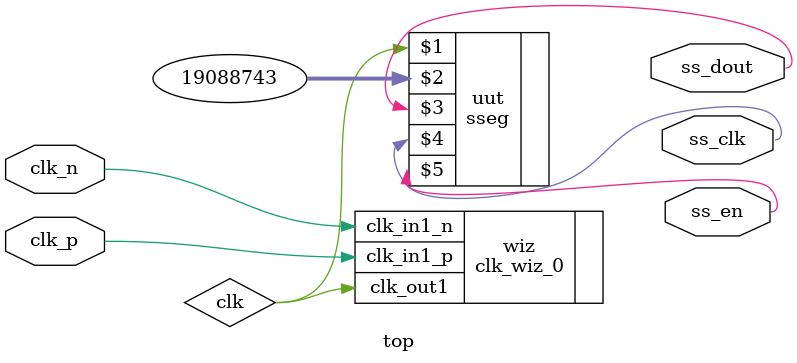
<source format=v>
`timescale 1ns / 1ps


module top (clk_p, clk_n, ss_dout, ss_clk, ss_en);
    parameter DBG = "FALSE";
    input  wire clk_p, clk_n;
    output wire ss_dout, ss_clk, ss_en;
    wire clk;
    clk_wiz_0 wiz (.clk_in1_p(clk_p), .clk_in1_n(clk_n), .clk_out1(clk));
    sseg #(DBG) uut (clk, 32'h01234567, ss_dout, ss_clk, ss_en);
endmodule

</source>
